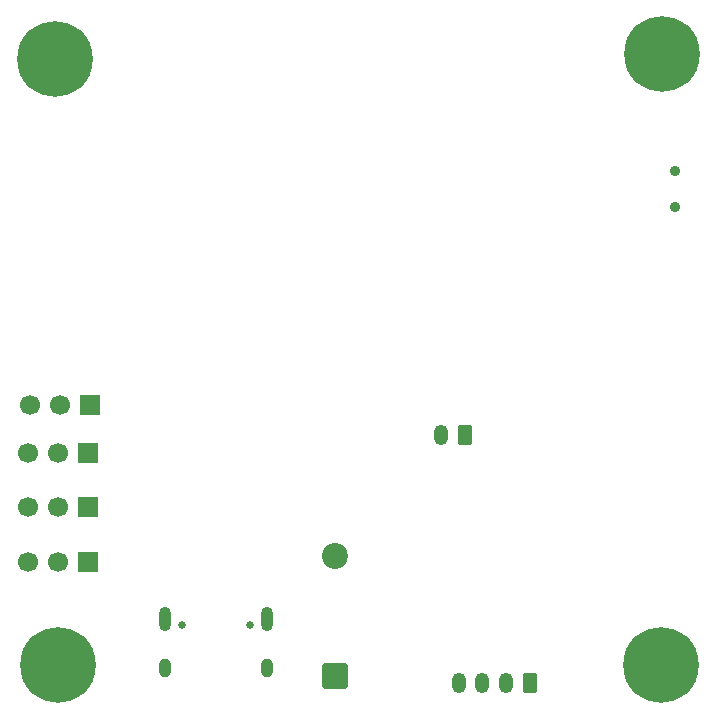
<source format=gbs>
G04 #@! TF.GenerationSoftware,KiCad,Pcbnew,9.0.4-9.0.4-0~ubuntu22.04.1*
G04 #@! TF.CreationDate,2025-12-08T20:55:34+05:30*
G04 #@! TF.ProjectId,ESP32_FC,45535033-325f-4464-932e-6b696361645f,rev?*
G04 #@! TF.SameCoordinates,Original*
G04 #@! TF.FileFunction,Soldermask,Bot*
G04 #@! TF.FilePolarity,Negative*
%FSLAX46Y46*%
G04 Gerber Fmt 4.6, Leading zero omitted, Abs format (unit mm)*
G04 Created by KiCad (PCBNEW 9.0.4-9.0.4-0~ubuntu22.04.1) date 2025-12-08 20:55:34*
%MOMM*%
%LPD*%
G01*
G04 APERTURE LIST*
G04 Aperture macros list*
%AMRoundRect*
0 Rectangle with rounded corners*
0 $1 Rounding radius*
0 $2 $3 $4 $5 $6 $7 $8 $9 X,Y pos of 4 corners*
0 Add a 4 corners polygon primitive as box body*
4,1,4,$2,$3,$4,$5,$6,$7,$8,$9,$2,$3,0*
0 Add four circle primitives for the rounded corners*
1,1,$1+$1,$2,$3*
1,1,$1+$1,$4,$5*
1,1,$1+$1,$6,$7*
1,1,$1+$1,$8,$9*
0 Add four rect primitives between the rounded corners*
20,1,$1+$1,$2,$3,$4,$5,0*
20,1,$1+$1,$4,$5,$6,$7,0*
20,1,$1+$1,$6,$7,$8,$9,0*
20,1,$1+$1,$8,$9,$2,$3,0*%
G04 Aperture macros list end*
%ADD10R,1.700000X1.700000*%
%ADD11C,1.700000*%
%ADD12C,0.800000*%
%ADD13C,6.400000*%
%ADD14RoundRect,0.250000X0.350000X0.625000X-0.350000X0.625000X-0.350000X-0.625000X0.350000X-0.625000X0*%
%ADD15O,1.200000X1.750000*%
%ADD16C,0.650000*%
%ADD17O,1.000000X2.100000*%
%ADD18O,1.000000X1.600000*%
%ADD19C,0.900000*%
%ADD20RoundRect,0.249999X0.850001X-0.850001X0.850001X0.850001X-0.850001X0.850001X-0.850001X-0.850001X0*%
%ADD21C,2.200000*%
G04 APERTURE END LIST*
D10*
X117080000Y-112250000D03*
D11*
X114540000Y-112250000D03*
X112000000Y-112250000D03*
D10*
X117080000Y-103070000D03*
D11*
X114540000Y-103070000D03*
X112000000Y-103070000D03*
D12*
X111902944Y-69697056D03*
X112605888Y-68000000D03*
X112605888Y-71394112D03*
X114302944Y-67297056D03*
D13*
X114302944Y-69697056D03*
D12*
X114302944Y-72097056D03*
X116000000Y-68000000D03*
X116000000Y-71394112D03*
X116702944Y-69697056D03*
D14*
X154500000Y-122500000D03*
D15*
X152500000Y-122500000D03*
X150500000Y-122500000D03*
X148500000Y-122500000D03*
D16*
X125060000Y-117600000D03*
X130840000Y-117600000D03*
D17*
X123630000Y-117070000D03*
D18*
X123630000Y-121250000D03*
D17*
X132270000Y-117070000D03*
D18*
X132270000Y-121250000D03*
D14*
X149000000Y-101500000D03*
D15*
X147000000Y-101500000D03*
D19*
X166830000Y-82200000D03*
X166830000Y-79200000D03*
D12*
X112200000Y-121000000D03*
X112902944Y-119302944D03*
X112902944Y-122697056D03*
X114600000Y-118600000D03*
D13*
X114600000Y-121000000D03*
D12*
X114600000Y-123400000D03*
X116297056Y-119302944D03*
X116297056Y-122697056D03*
X117000000Y-121000000D03*
X163200000Y-121000000D03*
X163902944Y-119302944D03*
X163902944Y-122697056D03*
X165600000Y-118600000D03*
D13*
X165600000Y-121000000D03*
D12*
X165600000Y-123400000D03*
X167297056Y-119302944D03*
X167297056Y-122697056D03*
X168000000Y-121000000D03*
X163297056Y-69302944D03*
X164000000Y-67605888D03*
X164000000Y-71000000D03*
X165697056Y-66902944D03*
D13*
X165697056Y-69302944D03*
D12*
X165697056Y-71702944D03*
X167394112Y-67605888D03*
X167394112Y-71000000D03*
X168097056Y-69302944D03*
D20*
X138000000Y-121910000D03*
D21*
X138000000Y-111750000D03*
D10*
X117080000Y-107660000D03*
D11*
X114540000Y-107660000D03*
X112000000Y-107660000D03*
D10*
X117250000Y-99000000D03*
D11*
X114710000Y-99000000D03*
X112170000Y-99000000D03*
M02*

</source>
